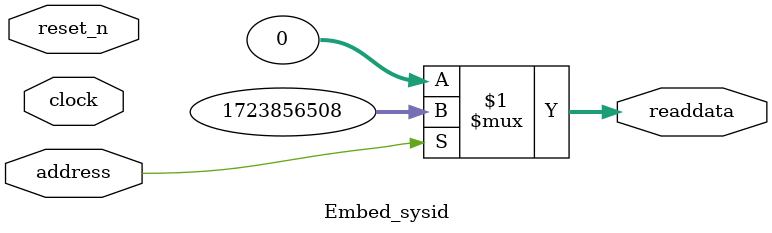
<source format=v>



// synthesis translate_off
`timescale 1ns / 1ps
// synthesis translate_on

// turn off superfluous verilog processor warnings 
// altera message_level Level1 
// altera message_off 10034 10035 10036 10037 10230 10240 10030 

module Embed_sysid (
               // inputs:
                address,
                clock,
                reset_n,

               // outputs:
                readdata
             )
;

  output  [ 31: 0] readdata;
  input            address;
  input            clock;
  input            reset_n;

  wire    [ 31: 0] readdata;
  //control_slave, which is an e_avalon_slave
  assign readdata = address ? 1723856508 : 0;

endmodule



</source>
